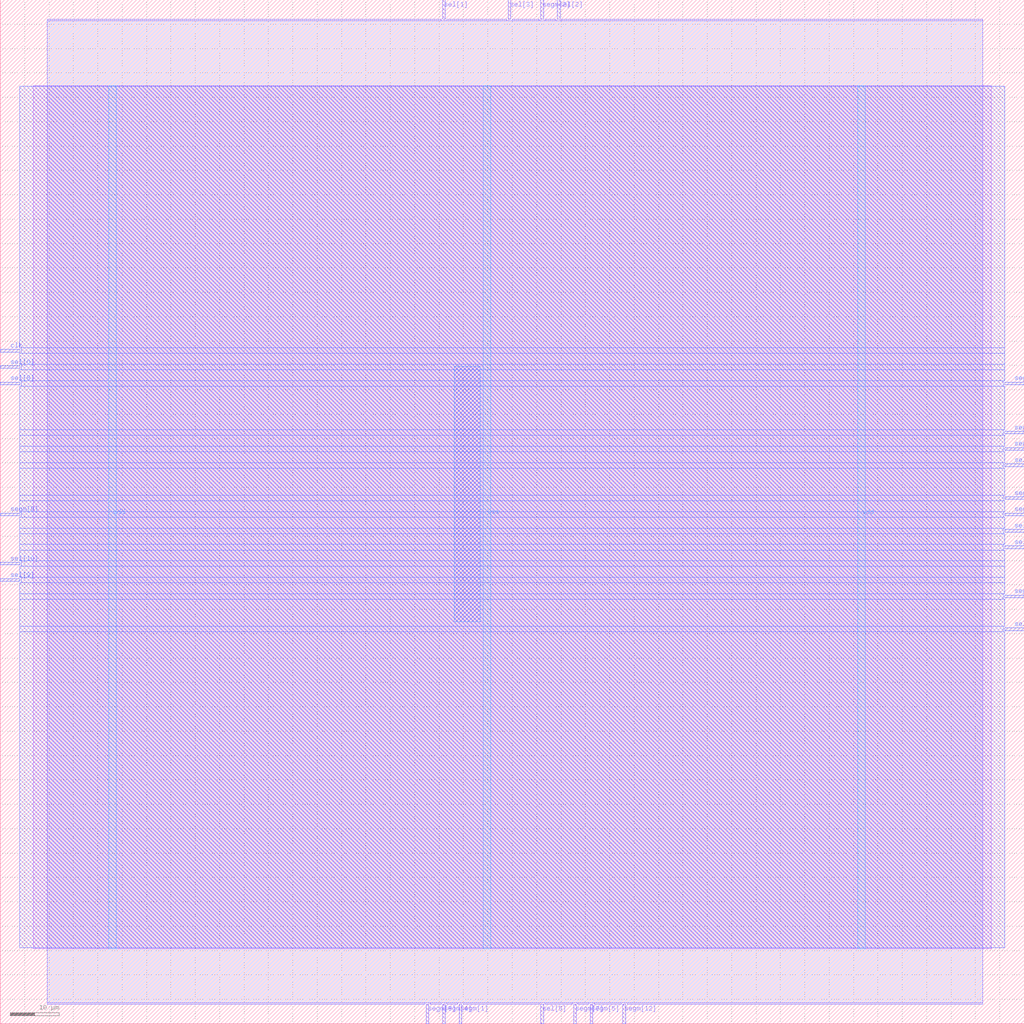
<source format=lef>
VERSION 5.7 ;
  NOWIREEXTENSIONATPIN ON ;
  DIVIDERCHAR "/" ;
  BUSBITCHARS "[]" ;
MACRO ita9
  CLASS BLOCK ;
  FOREIGN ita9 ;
  ORIGIN 0.000 0.000 ;
  SIZE 210.000 BY 210.000 ;
  PIN clk
    DIRECTION INPUT ;
    USE SIGNAL ;
    ANTENNAGATEAREA 4.738000 ;
    ANTENNADIFFAREA 0.410400 ;
    PORT
      LAYER Metal3 ;
        RECT 0.000 137.760 4.000 138.320 ;
    END
  END clk
  PIN segm[0]
    DIRECTION OUTPUT TRISTATE ;
    USE SIGNAL ;
    ANTENNADIFFAREA 4.731200 ;
    PORT
      LAYER Metal3 ;
        RECT 206.000 117.600 210.000 118.160 ;
    END
  END segm[0]
  PIN segm[10]
    DIRECTION OUTPUT TRISTATE ;
    USE SIGNAL ;
    ANTENNADIFFAREA 4.731200 ;
    PORT
      LAYER Metal3 ;
        RECT 206.000 107.520 210.000 108.080 ;
    END
  END segm[10]
  PIN segm[11]
    DIRECTION OUTPUT TRISTATE ;
    USE SIGNAL ;
    ANTENNADIFFAREA 4.731200 ;
    PORT
      LAYER Metal3 ;
        RECT 206.000 104.160 210.000 104.720 ;
    END
  END segm[11]
  PIN segm[12]
    DIRECTION OUTPUT TRISTATE ;
    USE SIGNAL ;
    ANTENNADIFFAREA 4.731200 ;
    PORT
      LAYER Metal2 ;
        RECT 127.680 0.000 128.240 4.000 ;
    END
  END segm[12]
  PIN segm[13]
    DIRECTION OUTPUT TRISTATE ;
    USE SIGNAL ;
    ANTENNADIFFAREA 0.536800 ;
    PORT
      LAYER Metal3 ;
        RECT 206.000 131.040 210.000 131.600 ;
    END
  END segm[13]
  PIN segm[1]
    DIRECTION OUTPUT TRISTATE ;
    USE SIGNAL ;
    ANTENNADIFFAREA 4.731200 ;
    PORT
      LAYER Metal2 ;
        RECT 94.080 0.000 94.640 4.000 ;
    END
  END segm[1]
  PIN segm[2]
    DIRECTION OUTPUT TRISTATE ;
    USE SIGNAL ;
    ANTENNADIFFAREA 4.731200 ;
    PORT
      LAYER Metal2 ;
        RECT 110.880 206.000 111.440 210.000 ;
    END
  END segm[2]
  PIN segm[3]
    DIRECTION OUTPUT TRISTATE ;
    USE SIGNAL ;
    ANTENNADIFFAREA 4.731200 ;
    PORT
      LAYER Metal3 ;
        RECT 206.000 120.960 210.000 121.520 ;
    END
  END segm[3]
  PIN segm[4]
    DIRECTION OUTPUT TRISTATE ;
    USE SIGNAL ;
    ANTENNADIFFAREA 4.731200 ;
    PORT
      LAYER Metal2 ;
        RECT 90.720 0.000 91.280 4.000 ;
    END
  END segm[4]
  PIN segm[5]
    DIRECTION OUTPUT TRISTATE ;
    USE SIGNAL ;
    ANTENNADIFFAREA 0.360800 ;
    PORT
      LAYER Metal2 ;
        RECT 120.960 0.000 121.520 4.000 ;
    END
  END segm[5]
  PIN segm[6]
    DIRECTION OUTPUT TRISTATE ;
    USE SIGNAL ;
    ANTENNADIFFAREA 4.731200 ;
    PORT
      LAYER Metal3 ;
        RECT 206.000 87.360 210.000 87.920 ;
    END
  END segm[6]
  PIN segm[7]
    DIRECTION OUTPUT TRISTATE ;
    USE SIGNAL ;
    ANTENNADIFFAREA 4.731200 ;
    PORT
      LAYER Metal2 ;
        RECT 117.600 0.000 118.160 4.000 ;
    END
  END segm[7]
  PIN segm[8]
    DIRECTION OUTPUT TRISTATE ;
    USE SIGNAL ;
    ANTENNADIFFAREA 4.731200 ;
    PORT
      LAYER Metal2 ;
        RECT 87.360 0.000 87.920 4.000 ;
    END
  END segm[8]
  PIN segm[9]
    DIRECTION OUTPUT TRISTATE ;
    USE SIGNAL ;
    ANTENNADIFFAREA 4.731200 ;
    PORT
      LAYER Metal3 ;
        RECT 0.000 104.160 4.000 104.720 ;
    END
  END segm[9]
  PIN sel[0]
    DIRECTION OUTPUT TRISTATE ;
    USE SIGNAL ;
    ANTENNADIFFAREA 4.731200 ;
    PORT
      LAYER Metal3 ;
        RECT 0.000 134.400 4.000 134.960 ;
    END
  END sel[0]
  PIN sel[10]
    DIRECTION OUTPUT TRISTATE ;
    USE SIGNAL ;
    ANTENNADIFFAREA 4.731200 ;
    PORT
      LAYER Metal3 ;
        RECT 0.000 94.080 4.000 94.640 ;
    END
  END sel[10]
  PIN sel[11]
    DIRECTION OUTPUT TRISTATE ;
    USE SIGNAL ;
    ANTENNADIFFAREA 4.731200 ;
    PORT
      LAYER Metal3 ;
        RECT 206.000 80.640 210.000 81.200 ;
    END
  END sel[11]
  PIN sel[1]
    DIRECTION OUTPUT TRISTATE ;
    USE SIGNAL ;
    ANTENNADIFFAREA 4.731200 ;
    PORT
      LAYER Metal2 ;
        RECT 90.720 206.000 91.280 210.000 ;
    END
  END sel[1]
  PIN sel[2]
    DIRECTION OUTPUT TRISTATE ;
    USE SIGNAL ;
    ANTENNADIFFAREA 4.731200 ;
    PORT
      LAYER Metal2 ;
        RECT 114.240 206.000 114.800 210.000 ;
    END
  END sel[2]
  PIN sel[3]
    DIRECTION OUTPUT TRISTATE ;
    USE SIGNAL ;
    ANTENNADIFFAREA 4.731200 ;
    PORT
      LAYER Metal2 ;
        RECT 104.160 206.000 104.720 210.000 ;
    END
  END sel[3]
  PIN sel[4]
    DIRECTION OUTPUT TRISTATE ;
    USE SIGNAL ;
    ANTENNADIFFAREA 4.731200 ;
    PORT
      LAYER Metal3 ;
        RECT 206.000 100.800 210.000 101.360 ;
    END
  END sel[4]
  PIN sel[5]
    DIRECTION OUTPUT TRISTATE ;
    USE SIGNAL ;
    ANTENNADIFFAREA 4.731200 ;
    PORT
      LAYER Metal2 ;
        RECT 110.880 0.000 111.440 4.000 ;
    END
  END sel[5]
  PIN sel[6]
    DIRECTION OUTPUT TRISTATE ;
    USE SIGNAL ;
    ANTENNADIFFAREA 4.731200 ;
    PORT
      LAYER Metal3 ;
        RECT 206.000 97.440 210.000 98.000 ;
    END
  END sel[6]
  PIN sel[7]
    DIRECTION OUTPUT TRISTATE ;
    USE SIGNAL ;
    ANTENNADIFFAREA 4.731200 ;
    PORT
      LAYER Metal3 ;
        RECT 206.000 114.240 210.000 114.800 ;
    END
  END sel[7]
  PIN sel[8]
    DIRECTION OUTPUT TRISTATE ;
    USE SIGNAL ;
    ANTENNADIFFAREA 4.731200 ;
    PORT
      LAYER Metal3 ;
        RECT 0.000 131.040 4.000 131.600 ;
    END
  END sel[8]
  PIN sel[9]
    DIRECTION OUTPUT TRISTATE ;
    USE SIGNAL ;
    ANTENNADIFFAREA 4.731200 ;
    PORT
      LAYER Metal3 ;
        RECT 0.000 90.720 4.000 91.280 ;
    END
  END sel[9]
  PIN vdd
    DIRECTION INOUT ;
    USE POWER ;
    PORT
      LAYER Metal4 ;
        RECT 22.240 15.380 23.840 192.380 ;
    END
    PORT
      LAYER Metal4 ;
        RECT 175.840 15.380 177.440 192.380 ;
    END
  END vdd
  PIN vss
    DIRECTION INOUT ;
    USE GROUND ;
    PORT
      LAYER Metal4 ;
        RECT 99.040 15.380 100.640 192.380 ;
    END
  END vss
  OBS
      LAYER Metal1 ;
        RECT 6.720 15.380 203.280 192.380 ;
      LAYER Metal2 ;
        RECT 9.660 205.700 90.420 206.000 ;
        RECT 91.580 205.700 103.860 206.000 ;
        RECT 105.020 205.700 110.580 206.000 ;
        RECT 111.740 205.700 113.940 206.000 ;
        RECT 115.100 205.700 201.460 206.000 ;
        RECT 9.660 4.300 201.460 205.700 ;
        RECT 9.660 4.000 87.060 4.300 ;
        RECT 88.220 4.000 90.420 4.300 ;
        RECT 91.580 4.000 93.780 4.300 ;
        RECT 94.940 4.000 110.580 4.300 ;
        RECT 111.740 4.000 117.300 4.300 ;
        RECT 118.460 4.000 120.660 4.300 ;
        RECT 121.820 4.000 127.380 4.300 ;
        RECT 128.540 4.000 201.460 4.300 ;
      LAYER Metal3 ;
        RECT 4.000 138.620 206.000 192.220 ;
        RECT 4.300 137.460 206.000 138.620 ;
        RECT 4.000 135.260 206.000 137.460 ;
        RECT 4.300 134.100 206.000 135.260 ;
        RECT 4.000 131.900 206.000 134.100 ;
        RECT 4.300 130.740 205.700 131.900 ;
        RECT 4.000 121.820 206.000 130.740 ;
        RECT 4.000 120.660 205.700 121.820 ;
        RECT 4.000 118.460 206.000 120.660 ;
        RECT 4.000 117.300 205.700 118.460 ;
        RECT 4.000 115.100 206.000 117.300 ;
        RECT 4.000 113.940 205.700 115.100 ;
        RECT 4.000 108.380 206.000 113.940 ;
        RECT 4.000 107.220 205.700 108.380 ;
        RECT 4.000 105.020 206.000 107.220 ;
        RECT 4.300 103.860 205.700 105.020 ;
        RECT 4.000 101.660 206.000 103.860 ;
        RECT 4.000 100.500 205.700 101.660 ;
        RECT 4.000 98.300 206.000 100.500 ;
        RECT 4.000 97.140 205.700 98.300 ;
        RECT 4.000 94.940 206.000 97.140 ;
        RECT 4.300 93.780 206.000 94.940 ;
        RECT 4.000 91.580 206.000 93.780 ;
        RECT 4.300 90.420 206.000 91.580 ;
        RECT 4.000 88.220 206.000 90.420 ;
        RECT 4.000 87.060 205.700 88.220 ;
        RECT 4.000 81.500 206.000 87.060 ;
        RECT 4.000 80.340 205.700 81.500 ;
        RECT 4.000 15.540 206.000 80.340 ;
      LAYER Metal4 ;
        RECT 93.100 82.410 98.420 134.870 ;
  END
END ita9
END LIBRARY


</source>
